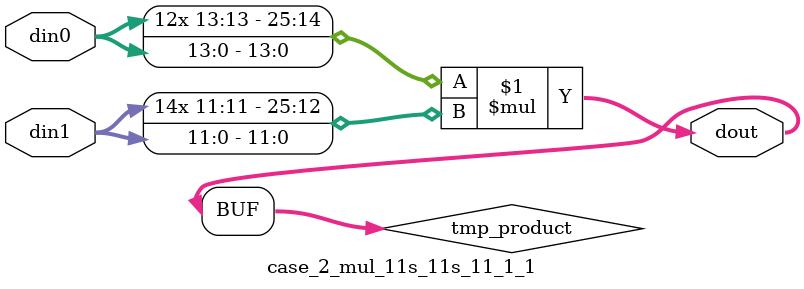
<source format=v>

`timescale 1 ns / 1 ps

 module case_2_mul_11s_11s_11_1_1(din0, din1, dout);
parameter ID = 1;
parameter NUM_STAGE = 0;
parameter din0_WIDTH = 14;
parameter din1_WIDTH = 12;
parameter dout_WIDTH = 26;

input [din0_WIDTH - 1 : 0] din0; 
input [din1_WIDTH - 1 : 0] din1; 
output [dout_WIDTH - 1 : 0] dout;

wire signed [dout_WIDTH - 1 : 0] tmp_product;



























assign tmp_product = $signed(din0) * $signed(din1);








assign dout = tmp_product;





















endmodule

</source>
